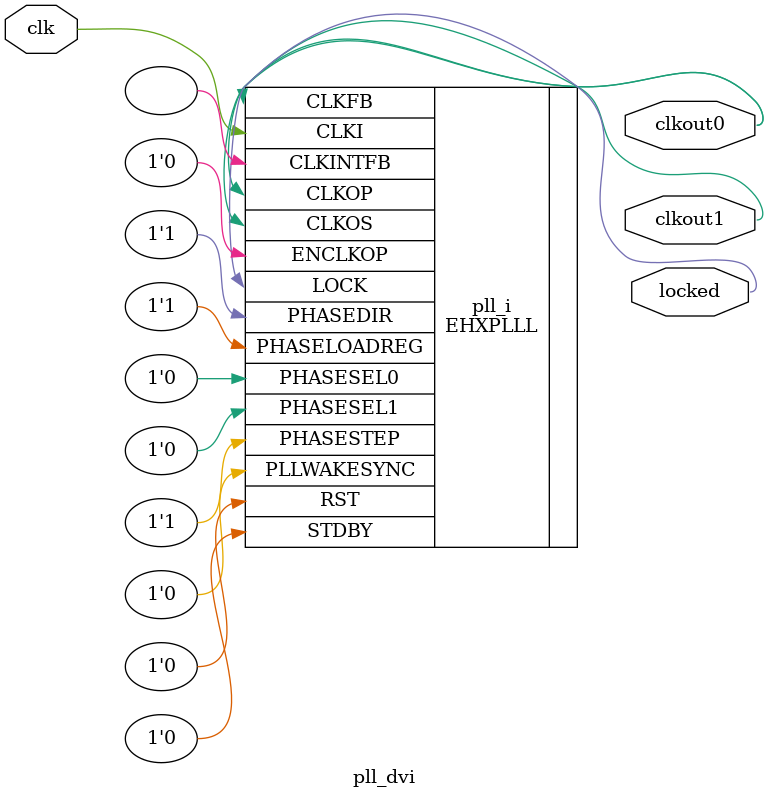
<source format=v>
module pll_dvi
(
    input clk, // 50 MHz, 0 deg
    output clkout0, // 250 MHz, 0 deg
    output clkout1, // 25 MHz, 0 deg
    output locked
);
(* FREQUENCY_PIN_CLKI="50" *)
(* FREQUENCY_PIN_CLKOP="250" *)
(* FREQUENCY_PIN_CLKOS="25" *)
(* ICP_CURRENT="12" *) (* LPF_RESISTOR="8" *) (* MFG_ENABLE_FILTEROPAMP="1" *) (* MFG_GMCREF_SEL="2" *)
EHXPLLL #(
        .PLLRST_ENA("DISABLED"),
        .INTFB_WAKE("DISABLED"),
        .STDBY_ENABLE("DISABLED"),
        .DPHASE_SOURCE("DISABLED"),
        .OUTDIVIDER_MUXA("DIVA"),
        .OUTDIVIDER_MUXB("DIVB"),
        .OUTDIVIDER_MUXC("DIVC"),
        .OUTDIVIDER_MUXD("DIVD"),
        .CLKI_DIV(1),
        .CLKOP_ENABLE("ENABLED"),
        .CLKOP_DIV(2),
        .CLKOP_CPHASE(0),
        .CLKOP_FPHASE(0),
        .CLKOS_ENABLE("ENABLED"),
        .CLKOS_DIV(20),
        .CLKOS_CPHASE(0),
        .CLKOS_FPHASE(0),
        .FEEDBK_PATH("CLKOP"),
        .CLKFB_DIV(5)
    ) pll_i (
        .RST(1'b0),
        .STDBY(1'b0),
        .CLKI(clk),
        .CLKOP(clkout0),
        .CLKOS(clkout1),
        .CLKFB(clkout0),
        .CLKINTFB(),
        .PHASESEL0(1'b0),
        .PHASESEL1(1'b0),
        .PHASEDIR(1'b1),
        .PHASESTEP(1'b1),
        .PHASELOADREG(1'b1),
        .PLLWAKESYNC(1'b0),
        .ENCLKOP(1'b0),
        .LOCK(locked)
	);
endmodule

</source>
